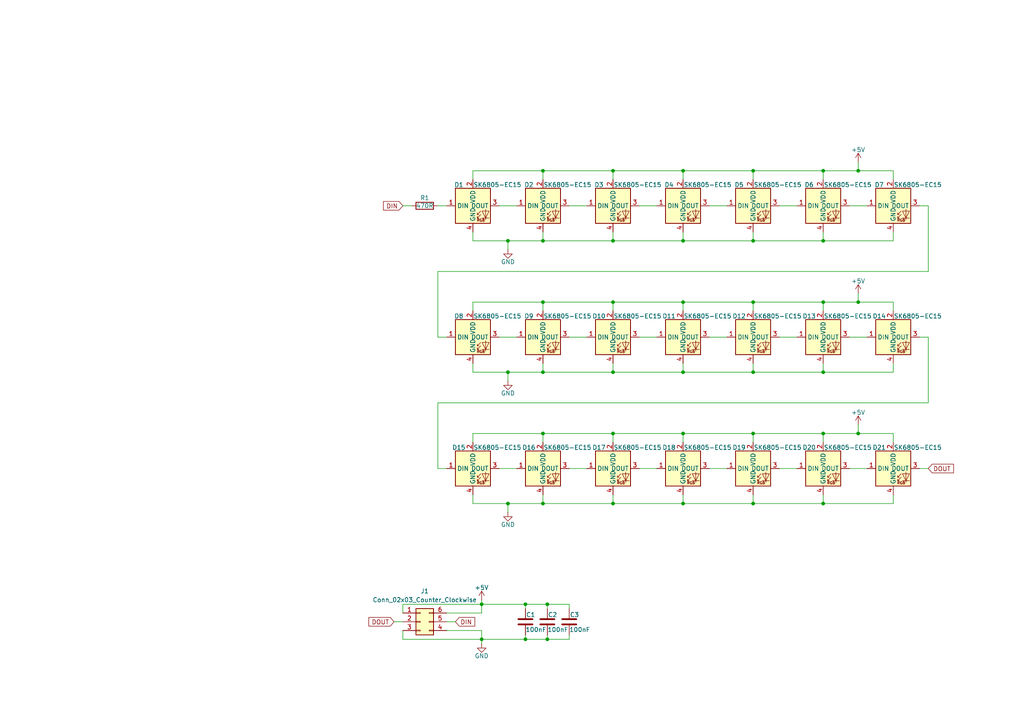
<source format=kicad_sch>
(kicad_sch (version 20231120) (generator "eeschema") (generator_version "8.0")
  (paper "A4")
  (lib_symbols
    (symbol "Connector_Generic:Conn_02x03_Counter_Clockwise" (pin_names (offset 1.016) hide)
      (property "Reference" "J" (at 1.27 5.08 0))
      (property "Value" "Conn_02x03_Counter_Clockwise" (at 1.27 -5.08 0))
      (symbol "Conn_02x03_Counter_Clockwise_1_1"
        (rectangle (start -1.27 -2.413) (end 0 -2.667) (stroke (width 0.1524)))
        (rectangle (start -1.27 0.127) (end 0 -0.127) (stroke (width 0.1524)))
        (rectangle (start -1.27 2.667) (end 0 2.413) (stroke (width 0.1524)))
        (rectangle (start -1.27 3.81) (end 3.81 -3.81) (stroke (width 0.254)) (fill (type background)))
        (rectangle (start 3.81 -2.413) (end 2.54 -2.667) (stroke (width 0.1524)))
        (rectangle (start 3.81 0.127) (end 2.54 -0.127) (stroke (width 0.1524)))
        (rectangle (start 3.81 2.667) (end 2.54 2.413) (stroke (width 0.1524)))
        (pin passive line (at -5.08 2.54 0) (length 3.81) (name "Pin_1") (number "1"))
        (pin passive line (at -5.08 0 0) (length 3.81) (name "Pin_2") (number "2"))
        (pin passive line (at -5.08 -2.54 0) (length 3.81) (name "Pin_3") (number "3"))
        (pin passive line (at 7.62 -2.54 180) (length 3.81) (name "Pin_4") (number "4"))
        (pin passive line (at 7.62 0 180) (length 3.81) (name "Pin_5") (number "5"))
        (pin passive line (at 7.62 2.54 180) (length 3.81) (name "Pin_6") (number "6"))
      )
    )
    (symbol "Device:C" (pin_numbers hide) (pin_names (offset 0.254))
      (property "Reference" "C" (at 0.635 2.54 0))
      (property "Value" "C" (at 0.635 -2.54 0))
      (symbol "C_0_1"
        (polyline (pts (xy -2.032 -0.762) (xy 2.032 -0.762)) (stroke (width 0.508)))
        (polyline (pts (xy -2.032 0.762) (xy 2.032 0.762)) (stroke (width 0.508)))
      )
      (symbol "C_1_1"
        (pin passive line (at 0 3.81 270) (length 2.794) (name "~") (number "1"))
        (pin passive line (at 0 -3.81 90) (length 2.794) (name "~") (number "2"))
      )
    )
    (symbol "Device:R" (pin_numbers hide) (pin_names (offset 0))
      (property "Reference" "R" (at 2.032 0 90))
      (property "Value" "R" (at 0 0 90))
      (symbol "R_0_1"
        (rectangle (start -1.016 -2.54) (end 1.016 2.54) (stroke (width 0.254)))
      )
      (symbol "R_1_1"
        (pin passive line (at 0 3.81 270) (length 1.27) (name "~") (number "1"))
        (pin passive line (at 0 -3.81 90) (length 1.27) (name "~") (number "2"))
      )
    )
    (symbol "SK6805-EC15:SK6805-EC15"
      (property "Reference" "D" (at 4.445 6.35 0))
      (property "Value" "SK6805-EC15" (at 3.175 -6.985 0))
      (symbol "SK6805-EC15_0_0"
        (text "RGB" (at 2.286 -4.191 0) (effects (font (size 0.762 0.762))))
      )
      (symbol "SK6805-EC15_0_1"
        (polyline (pts (xy 1.27 -3.556) (xy 1.778 -3.556)))
        (polyline (pts (xy 1.27 -2.54) (xy 1.778 -2.54)))
        (polyline (pts (xy 4.699 -3.556) (xy 2.667 -3.556)))
        (polyline (pts (xy 2.286 -2.54) (xy 1.27 -3.556) (xy 1.27 -3.048)))
        (polyline (pts (xy 2.286 -1.524) (xy 1.27 -2.54) (xy 1.27 -2.032)))
        (polyline (pts (xy 3.683 -1.016) (xy 3.683 -3.556) (xy 3.683 -4.064)))
        (polyline (pts (xy 4.699 -1.524) (xy 2.667 -1.524) (xy 3.683 -3.556) (xy 4.699 -1.524)))
        (rectangle (start 5.08 5.08) (end -5.08 -5.08) (stroke (width 0.254)) (fill (type background)))
      )
      (symbol "SK6805-EC15_1_1"
        (pin input line (at -7.62 0 0) (length 2.54) (name "DIN") (number "1"))
        (pin power_in line (at 0 7.62 270) (length 2.54) (name "VDD") (number "2"))
        (pin output line (at 7.62 0 180) (length 2.54) (name "DOUT") (number "3"))
        (pin power_in line (at 0 -7.62 90) (length 2.54) (name "GND") (number "4"))
      )
    )
    (symbol "power:+5V" (power) (pin_numbers hide) (pin_names (offset 0) hide)
      (property "Value" "+5V" (at 0 3.556 0))
      (symbol "+5V_0_1"
        (polyline (pts (xy -0.762 1.27) (xy 0 2.54)))
        (polyline (pts (xy 0 0) (xy 0 2.54)))
        (polyline (pts (xy 0 2.54) (xy 0.762 1.27)))
      )
      (symbol "+5V_1_1"
        (pin power_in line (at 0 0 90) (length 0) (name "~") (number "1"))
      )
    )
    (symbol "power:GND" (power) (pin_numbers hide) (pin_names (offset 0) hide)
      (property "Value" "GND" (at 0 -3.81 0))
      (symbol "GND_0_1"
        (polyline (pts (xy 0 0) (xy 0 -1.27) (xy 1.27 -1.27) (xy 0 -2.54) (xy -1.27 -1.27) (xy 0 -1.27)))
      )
      (symbol "GND_1_1"
        (pin power_in line (at 0 0 270) (length 0) (name "~") (number "1"))
      )
    )
  )
  (junction (at 152.4 175.26))
  (junction (at 147.32 69.85))
  (junction (at 218.44 87.63))
  (junction (at 248.92 49.53))
  (junction (at 218.44 125.73))
  (junction (at 198.12 146.05))
  (junction (at 238.76 146.05))
  (junction (at 139.7 175.26))
  (junction (at 139.7 185.42))
  (junction (at 218.44 107.95))
  (junction (at 177.8 49.53))
  (junction (at 158.75 175.26))
  (junction (at 198.12 107.95))
  (junction (at 238.76 125.73))
  (junction (at 157.48 87.63))
  (junction (at 218.44 69.85))
  (junction (at 157.48 49.53))
  (junction (at 147.32 146.05))
  (junction (at 157.48 107.95))
  (junction (at 198.12 87.63))
  (junction (at 218.44 49.53))
  (junction (at 177.8 87.63))
  (junction (at 157.48 146.05))
  (junction (at 177.8 146.05))
  (junction (at 177.8 107.95))
  (junction (at 198.12 125.73))
  (junction (at 152.4 185.42))
  (junction (at 198.12 49.53))
  (junction (at 177.8 125.73))
  (junction (at 177.8 69.85))
  (junction (at 248.92 125.73))
  (junction (at 238.76 69.85))
  (junction (at 157.48 125.73))
  (junction (at 218.44 146.05))
  (junction (at 238.76 107.95))
  (junction (at 248.92 87.63))
  (junction (at 157.48 69.85))
  (junction (at 147.32 107.95))
  (junction (at 238.76 49.53))
  (junction (at 238.76 87.63))
  (junction (at 198.12 69.85))
  (junction (at 158.75 185.42))
  (wire (pts (xy 137.16 69.85) (xy 147.32 69.85)))
  (wire (pts (xy 157.48 143.51) (xy 157.48 146.05)))
  (wire (pts (xy 177.8 67.31) (xy 177.8 69.85)))
  (wire (pts (xy 238.76 107.95) (xy 259.08 107.95)))
  (wire (pts (xy 198.12 69.85) (xy 218.44 69.85)))
  (wire (pts (xy 177.8 90.17) (xy 177.8 87.63)))
  (wire (pts (xy 165.1 175.26) (xy 165.1 176.53)))
  (wire (pts (xy 218.44 52.07) (xy 218.44 49.53)))
  (wire (pts (xy 246.38 59.69) (xy 251.46 59.69)))
  (wire (pts (xy 269.24 116.84) (xy 127 116.84)))
  (wire (pts (xy 238.76 105.41) (xy 238.76 107.95)))
  (wire (pts (xy 152.4 176.53) (xy 152.4 175.26)))
  (wire (pts (xy 198.12 107.95) (xy 218.44 107.95)))
  (wire (pts (xy 269.24 97.79) (xy 266.7 97.79)))
  (wire (pts (xy 238.76 67.31) (xy 238.76 69.85)))
  (wire (pts (xy 205.74 97.79) (xy 210.82 97.79)))
  (wire (pts (xy 177.8 125.73) (xy 157.48 125.73)))
  (wire (pts (xy 238.76 128.27) (xy 238.76 125.73)))
  (wire (pts (xy 157.48 87.63) (xy 137.16 87.63)))
  (wire (pts (xy 177.8 105.41) (xy 177.8 107.95)))
  (wire (pts (xy 266.7 135.89) (xy 269.24 135.89)))
  (wire (pts (xy 127 59.69) (xy 129.54 59.69)))
  (wire (pts (xy 226.06 135.89) (xy 231.14 135.89)))
  (wire (pts (xy 157.48 69.85) (xy 177.8 69.85)))
  (wire (pts (xy 246.38 135.89) (xy 251.46 135.89)))
  (wire (pts (xy 144.78 135.89) (xy 149.86 135.89)))
  (wire (pts (xy 269.24 59.69) (xy 266.7 59.69)))
  (wire (pts (xy 218.44 143.51) (xy 218.44 146.05)))
  (wire (pts (xy 198.12 67.31) (xy 198.12 69.85)))
  (wire (pts (xy 165.1 97.79) (xy 170.18 97.79)))
  (wire (pts (xy 165.1 185.42) (xy 165.1 184.15)))
  (wire (pts (xy 177.8 146.05) (xy 198.12 146.05)))
  (wire (pts (xy 129.54 182.88) (xy 139.7 182.88)))
  (wire (pts (xy 144.78 97.79) (xy 149.86 97.79)))
  (wire (pts (xy 218.44 69.85) (xy 238.76 69.85)))
  (wire (pts (xy 158.75 175.26) (xy 165.1 175.26)))
  (wire (pts (xy 147.32 148.59) (xy 147.32 146.05)))
  (wire (pts (xy 147.32 146.05) (xy 157.48 146.05)))
  (wire (pts (xy 238.76 90.17) (xy 238.76 87.63)))
  (wire (pts (xy 238.76 52.07) (xy 238.76 49.53)))
  (wire (pts (xy 248.92 49.53) (xy 259.08 49.53)))
  (wire (pts (xy 116.84 185.42) (xy 116.84 182.88)))
  (wire (pts (xy 205.74 59.69) (xy 210.82 59.69)))
  (wire (pts (xy 177.8 107.95) (xy 198.12 107.95)))
  (wire (pts (xy 157.48 107.95) (xy 177.8 107.95)))
  (wire (pts (xy 238.76 69.85) (xy 259.08 69.85)))
  (wire (pts (xy 248.92 85.09) (xy 248.92 87.63)))
  (wire (pts (xy 147.32 72.39) (xy 147.32 69.85)))
  (wire (pts (xy 152.4 175.26) (xy 158.75 175.26)))
  (wire (pts (xy 248.92 123.19) (xy 248.92 125.73)))
  (wire (pts (xy 139.7 185.42) (xy 116.84 185.42)))
  (wire (pts (xy 152.4 185.42) (xy 158.75 185.42)))
  (wire (pts (xy 177.8 128.27) (xy 177.8 125.73)))
  (wire (pts (xy 137.16 107.95) (xy 147.32 107.95)))
  (wire (pts (xy 248.92 87.63) (xy 259.08 87.63)))
  (wire (pts (xy 158.75 175.26) (xy 158.75 176.53)))
  (wire (pts (xy 259.08 90.17) (xy 259.08 87.63)))
  (wire (pts (xy 139.7 175.26) (xy 139.7 177.8)))
  (wire (pts (xy 137.16 143.51) (xy 137.16 146.05)))
  (wire (pts (xy 218.44 146.05) (xy 238.76 146.05)))
  (wire (pts (xy 218.44 49.53) (xy 198.12 49.53)))
  (wire (pts (xy 116.84 175.26) (xy 139.7 175.26)))
  (wire (pts (xy 185.42 97.79) (xy 190.5 97.79)))
  (wire (pts (xy 238.76 125.73) (xy 248.92 125.73)))
  (wire (pts (xy 137.16 105.41) (xy 137.16 107.95)))
  (wire (pts (xy 198.12 52.07) (xy 198.12 49.53)))
  (wire (pts (xy 137.16 52.07) (xy 137.16 49.53)))
  (wire (pts (xy 218.44 128.27) (xy 218.44 125.73)))
  (wire (pts (xy 116.84 177.8) (xy 116.84 175.26)))
  (wire (pts (xy 139.7 185.42) (xy 152.4 185.42)))
  (wire (pts (xy 157.48 128.27) (xy 157.48 125.73)))
  (wire (pts (xy 226.06 59.69) (xy 231.14 59.69)))
  (wire (pts (xy 259.08 52.07) (xy 259.08 49.53)))
  (wire (pts (xy 246.38 97.79) (xy 251.46 97.79)))
  (wire (pts (xy 129.54 180.34) (xy 132.08 180.34)))
  (wire (pts (xy 238.76 49.53) (xy 248.92 49.53)))
  (wire (pts (xy 137.16 67.31) (xy 137.16 69.85)))
  (wire (pts (xy 218.44 107.95) (xy 238.76 107.95)))
  (wire (pts (xy 157.48 146.05) (xy 177.8 146.05)))
  (wire (pts (xy 157.48 52.07) (xy 157.48 49.53)))
  (wire (pts (xy 139.7 182.88) (xy 139.7 185.42)))
  (wire (pts (xy 139.7 185.42) (xy 139.7 186.69)))
  (wire (pts (xy 218.44 90.17) (xy 218.44 87.63)))
  (wire (pts (xy 116.84 59.69) (xy 119.38 59.69)))
  (wire (pts (xy 269.24 97.79) (xy 269.24 116.84)))
  (wire (pts (xy 165.1 59.69) (xy 170.18 59.69)))
  (wire (pts (xy 158.75 185.42) (xy 165.1 185.42)))
  (wire (pts (xy 158.75 185.42) (xy 158.75 184.15)))
  (wire (pts (xy 137.16 90.17) (xy 137.16 87.63)))
  (wire (pts (xy 185.42 59.69) (xy 190.5 59.69)))
  (wire (pts (xy 165.1 135.89) (xy 170.18 135.89)))
  (wire (pts (xy 259.08 143.51) (xy 259.08 146.05)))
  (wire (pts (xy 205.74 135.89) (xy 210.82 135.89)))
  (wire (pts (xy 238.76 143.51) (xy 238.76 146.05)))
  (wire (pts (xy 157.48 90.17) (xy 157.48 87.63)))
  (wire (pts (xy 157.48 67.31) (xy 157.48 69.85)))
  (wire (pts (xy 218.44 105.41) (xy 218.44 107.95)))
  (wire (pts (xy 238.76 87.63) (xy 248.92 87.63)))
  (wire (pts (xy 157.48 105.41) (xy 157.48 107.95)))
  (wire (pts (xy 218.44 125.73) (xy 198.12 125.73)))
  (wire (pts (xy 127 78.74) (xy 127 97.79)))
  (wire (pts (xy 137.16 128.27) (xy 137.16 125.73)))
  (wire (pts (xy 114.3 180.34) (xy 116.84 180.34)))
  (wire (pts (xy 137.16 146.05) (xy 147.32 146.05)))
  (wire (pts (xy 259.08 128.27) (xy 259.08 125.73)))
  (wire (pts (xy 238.76 87.63) (xy 218.44 87.63)))
  (wire (pts (xy 152.4 184.15) (xy 152.4 185.42)))
  (wire (pts (xy 198.12 105.41) (xy 198.12 107.95)))
  (wire (pts (xy 269.24 59.69) (xy 269.24 78.74)))
  (wire (pts (xy 259.08 67.31) (xy 259.08 69.85)))
  (wire (pts (xy 127 135.89) (xy 129.54 135.89)))
  (wire (pts (xy 218.44 67.31) (xy 218.44 69.85)))
  (wire (pts (xy 198.12 125.73) (xy 177.8 125.73)))
  (wire (pts (xy 127 97.79) (xy 129.54 97.79)))
  (wire (pts (xy 248.92 46.99) (xy 248.92 49.53)))
  (wire (pts (xy 238.76 49.53) (xy 218.44 49.53)))
  (wire (pts (xy 259.08 105.41) (xy 259.08 107.95)))
  (wire (pts (xy 139.7 175.26) (xy 152.4 175.26)))
  (wire (pts (xy 177.8 52.07) (xy 177.8 49.53)))
  (wire (pts (xy 177.8 69.85) (xy 198.12 69.85)))
  (wire (pts (xy 198.12 146.05) (xy 218.44 146.05)))
  (wire (pts (xy 177.8 49.53) (xy 157.48 49.53)))
  (wire (pts (xy 198.12 90.17) (xy 198.12 87.63)))
  (wire (pts (xy 238.76 146.05) (xy 259.08 146.05)))
  (wire (pts (xy 248.92 125.73) (xy 259.08 125.73)))
  (wire (pts (xy 177.8 143.51) (xy 177.8 146.05)))
  (wire (pts (xy 185.42 135.89) (xy 190.5 135.89)))
  (wire (pts (xy 218.44 87.63) (xy 198.12 87.63)))
  (wire (pts (xy 238.76 125.73) (xy 218.44 125.73)))
  (wire (pts (xy 157.48 125.73) (xy 137.16 125.73)))
  (wire (pts (xy 139.7 173.99) (xy 139.7 175.26)))
  (wire (pts (xy 147.32 69.85) (xy 157.48 69.85)))
  (wire (pts (xy 198.12 87.63) (xy 177.8 87.63)))
  (wire (pts (xy 177.8 87.63) (xy 157.48 87.63)))
  (wire (pts (xy 147.32 110.49) (xy 147.32 107.95)))
  (wire (pts (xy 226.06 97.79) (xy 231.14 97.79)))
  (wire (pts (xy 157.48 49.53) (xy 137.16 49.53)))
  (wire (pts (xy 269.24 78.74) (xy 127 78.74)))
  (wire (pts (xy 127 116.84) (xy 127 135.89)))
  (wire (pts (xy 147.32 107.95) (xy 157.48 107.95)))
  (wire (pts (xy 198.12 49.53) (xy 177.8 49.53)))
  (wire (pts (xy 129.54 177.8) (xy 139.7 177.8)))
  (wire (pts (xy 198.12 143.51) (xy 198.12 146.05)))
  (wire (pts (xy 144.78 59.69) (xy 149.86 59.69)))
  (wire (pts (xy 198.12 128.27) (xy 198.12 125.73)))
  (global_label "DIN" (shape input) (at 116.84 59.69 180) (property "Intersheetrefs" "${INTERSHEET_REFS}" (effects (hide yes))))
  (global_label "DIN" (shape input) (at 132.08 180.34 0) (property "Intersheetrefs" "${INTERSHEET_REFS}" (effects (hide yes))))
  (global_label "DOUT" (shape input) (at 269.24 135.89 0) (property "Intersheetrefs" "${INTERSHEET_REFS}" (effects (hide yes))))
  (global_label "DOUT" (shape input) (at 114.3 180.34 180) (property "Intersheetrefs" "${INTERSHEET_REFS}" (effects (hide yes))))
  (symbol (lib_id "power:GND") (at 147.32 110.49 0) (unit 1)
    (property "Reference" "#PWR03" (effects (hide yes)))
    (property "Value" "GND" (at 147.32 114.046 0))
    (property "Description" "Power symbol creates a global label with name \"GND\" , ground" (effects (hide yes)))
  )
  (symbol (lib_id "SK6805-EC15:SK6805-EC15") (at 238.76 97.79 0) (unit 1)
    (property "Reference" "D13" (at 234.696 91.694 0))
    (property "Value" "SK6805-EC15" (at 245.872 91.694 0))
    (property "Footprint" "SK6805-EC15:SK6805-EC15" (effects (hide yes)))
    (property "Datasheet" "https://datasheet.lcsc.com/lcsc/2108251530_OPSCO-Optoelectronics-SK6805-EC15_C2890035.pdf" (effects (hide yes)))
    (property "LCSC" "C2890035" (effects (hide yes)))
  )
  (symbol (lib_id "power:+5V") (at 248.92 123.19 0) (unit 1)
    (property "Reference" "#PWR05" (effects (hide yes)))
    (property "Value" "+5V" (at 248.92 119.634 0))
    (property "Description" "Power symbol creates a global label with name \"+5V\"" (effects (hide yes)))
  )
  (symbol (lib_id "SK6805-EC15:SK6805-EC15") (at 198.12 59.69 0) (unit 1)
    (property "Reference" "D4" (at 194.056 53.594 0))
    (property "Value" "SK6805-EC15" (at 205.232 53.594 0))
    (property "Footprint" "SK6805-EC15:SK6805-EC15" (effects (hide yes)))
    (property "Datasheet" "https://datasheet.lcsc.com/lcsc/2108251530_OPSCO-Optoelectronics-SK6805-EC15_C2890035.pdf" (effects (hide yes)))
    (property "LCSC" "C2890035" (effects (hide yes)))
  )
  (symbol (lib_id "SK6805-EC15:SK6805-EC15") (at 238.76 59.69 0) (unit 1)
    (property "Reference" "D6" (at 234.696 53.594 0))
    (property "Value" "SK6805-EC15" (at 245.872 53.594 0))
    (property "Footprint" "SK6805-EC15:SK6805-EC15" (effects (hide yes)))
    (property "Datasheet" "https://datasheet.lcsc.com/lcsc/2108251530_OPSCO-Optoelectronics-SK6805-EC15_C2890035.pdf" (effects (hide yes)))
    (property "LCSC" "C2890035" (effects (hide yes)))
  )
  (symbol (lib_id "SK6805-EC15:SK6805-EC15") (at 259.08 59.69 0) (unit 1)
    (property "Reference" "D7" (at 255.016 53.594 0))
    (property "Value" "SK6805-EC15" (at 266.192 53.594 0))
    (property "Footprint" "SK6805-EC15:SK6805-EC15" (effects (hide yes)))
    (property "Datasheet" "https://datasheet.lcsc.com/lcsc/2108251530_OPSCO-Optoelectronics-SK6805-EC15_C2890035.pdf" (effects (hide yes)))
    (property "LCSC" "C2890035" (effects (hide yes)))
  )
  (symbol (lib_id "power:GND") (at 139.7 186.69 0) (unit 1)
    (property "Reference" "#PWR04" (effects (hide yes)))
    (property "Value" "GND" (at 139.7 190.246 0))
    (property "Description" "Power symbol creates a global label with name \"GND\" , ground" (effects (hide yes)))
  )
  (symbol (lib_id "power:+5V") (at 248.92 85.09 0) (unit 1)
    (property "Reference" "#PWR07" (effects (hide yes)))
    (property "Value" "+5V" (at 248.92 81.534 0))
    (property "Description" "Power symbol creates a global label with name \"+5V\"" (effects (hide yes)))
  )
  (symbol (lib_id "power:GND") (at 147.32 148.59 0) (unit 1)
    (property "Reference" "#PWR08" (effects (hide yes)))
    (property "Value" "GND" (at 147.32 152.146 0))
    (property "Description" "Power symbol creates a global label with name \"GND\" , ground" (effects (hide yes)))
  )
  (symbol (lib_id "SK6805-EC15:SK6805-EC15") (at 137.16 59.69 0) (unit 1)
    (property "Reference" "D1" (at 133.096 53.594 0))
    (property "Value" "SK6805-EC15" (at 144.272 53.594 0))
    (property "Footprint" "SK6805-EC15:SK6805-EC15" (effects (hide yes)))
    (property "Datasheet" "https://datasheet.lcsc.com/lcsc/2108251530_OPSCO-Optoelectronics-SK6805-EC15_C2890035.pdf" (effects (hide yes)))
    (property "LCSC" "C2890035" (effects (hide yes)))
  )
  (symbol (lib_id "SK6805-EC15:SK6805-EC15") (at 238.76 135.89 0) (unit 1)
    (property "Reference" "D20" (at 234.696 129.794 0))
    (property "Value" "SK6805-EC15" (at 245.872 129.794 0))
    (property "Footprint" "SK6805-EC15:SK6805-EC15" (effects (hide yes)))
    (property "Datasheet" "https://datasheet.lcsc.com/lcsc/2108251530_OPSCO-Optoelectronics-SK6805-EC15_C2890035.pdf" (effects (hide yes)))
    (property "LCSC" "C2890035" (effects (hide yes)))
  )
  (symbol (lib_id "SK6805-EC15:SK6805-EC15") (at 177.8 97.79 0) (unit 1)
    (property "Reference" "D10" (at 173.736 91.694 0))
    (property "Value" "SK6805-EC15" (at 184.912 91.694 0))
    (property "Footprint" "SK6805-EC15:SK6805-EC15" (effects (hide yes)))
    (property "Datasheet" "https://datasheet.lcsc.com/lcsc/2108251530_OPSCO-Optoelectronics-SK6805-EC15_C2890035.pdf" (effects (hide yes)))
    (property "LCSC" "C2890035" (effects (hide yes)))
  )
  (symbol (lib_id "SK6805-EC15:SK6805-EC15") (at 198.12 97.79 0) (unit 1)
    (property "Reference" "D11" (at 194.056 91.694 0))
    (property "Value" "SK6805-EC15" (at 205.232 91.694 0))
    (property "Footprint" "SK6805-EC15:SK6805-EC15" (effects (hide yes)))
    (property "Datasheet" "https://datasheet.lcsc.com/lcsc/2108251530_OPSCO-Optoelectronics-SK6805-EC15_C2890035.pdf" (effects (hide yes)))
    (property "LCSC" "C2890035" (effects (hide yes)))
  )
  (symbol (lib_id "power:+5V") (at 139.7 173.99 0) (unit 1)
    (property "Reference" "#PWR01" (effects (hide yes)))
    (property "Value" "+5V" (at 139.7 170.434 0))
    (property "Description" "Power symbol creates a global label with name \"+5V\"" (effects (hide yes)))
  )
  (symbol (lib_id "Device:C") (at 152.4 180.34 180) (unit 1)
    (property "Reference" "C1" (at 153.924 178.308 0))
    (property "Value" "100nF" (at 155.448 182.626 0))
    (property "Footprint" "Capacitor_SMD:C_0402_1005Metric" (effects (hide yes)))
    (property "Description" "Unpolarized capacitor" (effects (hide yes)))
    (property "LCSC" "C14445" (effects (hide yes)))
  )
  (symbol (lib_id "SK6805-EC15:SK6805-EC15") (at 137.16 135.89 0) (unit 1)
    (property "Reference" "D15" (at 133.096 129.794 0))
    (property "Value" "SK6805-EC15" (at 144.272 129.794 0))
    (property "Footprint" "SK6805-EC15:SK6805-EC15" (effects (hide yes)))
    (property "Datasheet" "https://datasheet.lcsc.com/lcsc/2108251530_OPSCO-Optoelectronics-SK6805-EC15_C2890035.pdf" (effects (hide yes)))
    (property "LCSC" "C2890035" (effects (hide yes)))
  )
  (symbol (lib_id "SK6805-EC15:SK6805-EC15") (at 198.12 135.89 0) (unit 1)
    (property "Reference" "D18" (at 194.056 129.794 0))
    (property "Value" "SK6805-EC15" (at 205.232 129.794 0))
    (property "Footprint" "SK6805-EC15:SK6805-EC15" (effects (hide yes)))
    (property "Datasheet" "https://datasheet.lcsc.com/lcsc/2108251530_OPSCO-Optoelectronics-SK6805-EC15_C2890035.pdf" (effects (hide yes)))
    (property "LCSC" "C2890035" (effects (hide yes)))
  )
  (symbol (lib_id "power:+5V") (at 248.92 46.99 0) (unit 1)
    (property "Reference" "#PWR06" (effects (hide yes)))
    (property "Value" "+5V" (at 248.92 43.434 0))
    (property "Description" "Power symbol creates a global label with name \"+5V\"" (effects (hide yes)))
  )
  (symbol (lib_id "Device:C") (at 158.75 180.34 180) (unit 1)
    (property "Reference" "C2" (at 160.274 178.308 0))
    (property "Value" "100nF" (at 161.798 182.626 0))
    (property "Footprint" "Capacitor_SMD:C_0402_1005Metric" (effects (hide yes)))
    (property "Description" "Unpolarized capacitor" (effects (hide yes)))
    (property "LCSC" "C14445" (effects (hide yes)))
  )
  (symbol (lib_id "SK6805-EC15:SK6805-EC15") (at 157.48 97.79 0) (unit 1)
    (property "Reference" "D9" (at 153.416 91.694 0))
    (property "Value" "SK6805-EC15" (at 164.592 91.694 0))
    (property "Footprint" "SK6805-EC15:SK6805-EC15" (effects (hide yes)))
    (property "Datasheet" "https://datasheet.lcsc.com/lcsc/2108251530_OPSCO-Optoelectronics-SK6805-EC15_C2890035.pdf" (effects (hide yes)))
    (property "LCSC" "C2890035" (effects (hide yes)))
  )
  (symbol (lib_id "Device:R") (at 123.19 59.69 90) (unit 1)
    (property "Reference" "R1" (at 123.19 57.404 90))
    (property "Value" "470R" (at 123.19 59.69 90))
    (property "Footprint" "Resistor_SMD:R_0402_1005Metric" (effects (hide yes)))
    (property "Description" "Resistor" (effects (hide yes)))
    (property "LCSC" "C25117" (effects (hide yes)))
  )
  (symbol (lib_id "SK6805-EC15:SK6805-EC15") (at 157.48 59.69 0) (unit 1)
    (property "Reference" "D2" (at 153.416 53.594 0))
    (property "Value" "SK6805-EC15" (at 164.592 53.594 0))
    (property "Footprint" "SK6805-EC15:SK6805-EC15" (effects (hide yes)))
    (property "Datasheet" "https://datasheet.lcsc.com/lcsc/2108251530_OPSCO-Optoelectronics-SK6805-EC15_C2890035.pdf" (effects (hide yes)))
    (property "LCSC" "C2890035" (effects (hide yes)))
  )
  (symbol (lib_id "SK6805-EC15:SK6805-EC15") (at 259.08 135.89 0) (unit 1)
    (property "Reference" "D21" (at 255.016 129.794 0))
    (property "Value" "SK6805-EC15" (at 266.192 129.794 0))
    (property "Footprint" "SK6805-EC15:SK6805-EC15" (effects (hide yes)))
    (property "Datasheet" "https://datasheet.lcsc.com/lcsc/2108251530_OPSCO-Optoelectronics-SK6805-EC15_C2890035.pdf" (effects (hide yes)))
    (property "LCSC" "C2890035" (effects (hide yes)))
  )
  (symbol (lib_id "SK6805-EC15:SK6805-EC15") (at 137.16 97.79 0) (unit 1)
    (property "Reference" "D8" (at 133.096 91.694 0))
    (property "Value" "SK6805-EC15" (at 144.272 91.694 0))
    (property "Footprint" "SK6805-EC15:SK6805-EC15" (effects (hide yes)))
    (property "Datasheet" "https://datasheet.lcsc.com/lcsc/2108251530_OPSCO-Optoelectronics-SK6805-EC15_C2890035.pdf" (effects (hide yes)))
    (property "LCSC" "C2890035" (effects (hide yes)))
  )
  (symbol (lib_id "SK6805-EC15:SK6805-EC15") (at 218.44 97.79 0) (unit 1)
    (property "Reference" "D12" (at 214.376 91.694 0))
    (property "Value" "SK6805-EC15" (at 225.552 91.694 0))
    (property "Footprint" "SK6805-EC15:SK6805-EC15" (effects (hide yes)))
    (property "Datasheet" "https://datasheet.lcsc.com/lcsc/2108251530_OPSCO-Optoelectronics-SK6805-EC15_C2890035.pdf" (effects (hide yes)))
    (property "LCSC" "C2890035" (effects (hide yes)))
  )
  (symbol (lib_id "SK6805-EC15:SK6805-EC15") (at 157.48 135.89 0) (unit 1)
    (property "Reference" "D16" (at 153.416 129.794 0))
    (property "Value" "SK6805-EC15" (at 164.592 129.794 0))
    (property "Footprint" "SK6805-EC15:SK6805-EC15" (effects (hide yes)))
    (property "Datasheet" "https://datasheet.lcsc.com/lcsc/2108251530_OPSCO-Optoelectronics-SK6805-EC15_C2890035.pdf" (effects (hide yes)))
    (property "LCSC" "C2890035" (effects (hide yes)))
  )
  (symbol (lib_id "SK6805-EC15:SK6805-EC15") (at 218.44 135.89 0) (unit 1)
    (property "Reference" "D19" (at 214.376 129.794 0))
    (property "Value" "SK6805-EC15" (at 225.552 129.794 0))
    (property "Footprint" "SK6805-EC15:SK6805-EC15" (effects (hide yes)))
    (property "Datasheet" "https://datasheet.lcsc.com/lcsc/2108251530_OPSCO-Optoelectronics-SK6805-EC15_C2890035.pdf" (effects (hide yes)))
    (property "LCSC" "C2890035" (effects (hide yes)))
  )
  (symbol (lib_id "SK6805-EC15:SK6805-EC15") (at 218.44 59.69 0) (unit 1)
    (property "Reference" "D5" (at 214.376 53.594 0))
    (property "Value" "SK6805-EC15" (at 225.552 53.594 0))
    (property "Footprint" "SK6805-EC15:SK6805-EC15" (effects (hide yes)))
    (property "Datasheet" "https://datasheet.lcsc.com/lcsc/2108251530_OPSCO-Optoelectronics-SK6805-EC15_C2890035.pdf" (effects (hide yes)))
    (property "LCSC" "C2890035" (effects (hide yes)))
  )
  (symbol (lib_id "Device:C") (at 165.1 180.34 180) (unit 1)
    (property "Reference" "C3" (at 166.624 178.308 0))
    (property "Value" "100nF" (at 168.148 182.626 0))
    (property "Footprint" "Capacitor_SMD:C_0402_1005Metric" (effects (hide yes)))
    (property "Description" "Unpolarized capacitor" (effects (hide yes)))
    (property "LCSC" "C14445" (effects (hide yes)))
  )
  (symbol (lib_id "Connector_Generic:Conn_02x03_Counter_Clockwise") (at 121.92 180.34 0) (unit 1)
    (property "Reference" "J1" (at 123.19 171.45 0))
    (property "Value" "Conn_02x03_Counter_Clockwise" (at 123.19 173.99 0))
    (property "Footprint" "Connector_PinHeader_2.54mm:PinHeader_2x03_P2.54mm_Vertical_SMD" (effects (hide yes)))
    (property "Description" "Generic connector, double row, 02x03, counter clockwise pin numbering scheme (similar to DIP package numbering), script generated (kicad-library-utils/schlib/autogen/connector/)" (effects (hide yes)))
  )
  (symbol (lib_id "power:GND") (at 147.32 72.39 0) (unit 1)
    (property "Reference" "#PWR02" (effects (hide yes)))
    (property "Value" "GND" (at 147.32 75.946 0))
    (property "Description" "Power symbol creates a global label with name \"GND\" , ground" (effects (hide yes)))
  )
  (symbol (lib_id "SK6805-EC15:SK6805-EC15") (at 259.08 97.79 0) (unit 1)
    (property "Reference" "D14" (at 255.016 91.694 0))
    (property "Value" "SK6805-EC15" (at 266.192 91.694 0))
    (property "Footprint" "SK6805-EC15:SK6805-EC15" (effects (hide yes)))
    (property "Datasheet" "https://datasheet.lcsc.com/lcsc/2108251530_OPSCO-Optoelectronics-SK6805-EC15_C2890035.pdf" (effects (hide yes)))
    (property "LCSC" "C2890035" (effects (hide yes)))
  )
  (symbol (lib_id "SK6805-EC15:SK6805-EC15") (at 177.8 59.69 0) (unit 1)
    (property "Reference" "D3" (at 173.736 53.594 0))
    (property "Value" "SK6805-EC15" (at 184.912 53.594 0))
    (property "Footprint" "SK6805-EC15:SK6805-EC15" (effects (hide yes)))
    (property "Datasheet" "https://datasheet.lcsc.com/lcsc/2108251530_OPSCO-Optoelectronics-SK6805-EC15_C2890035.pdf" (effects (hide yes)))
    (property "LCSC" "C2890035" (effects (hide yes)))
  )
  (symbol (lib_id "SK6805-EC15:SK6805-EC15") (at 177.8 135.89 0) (unit 1)
    (property "Reference" "D17" (at 173.736 129.794 0))
    (property "Value" "SK6805-EC15" (at 184.912 129.794 0))
    (property "Footprint" "SK6805-EC15:SK6805-EC15" (effects (hide yes)))
    (property "Datasheet" "https://datasheet.lcsc.com/lcsc/2108251530_OPSCO-Optoelectronics-SK6805-EC15_C2890035.pdf" (effects (hide yes)))
    (property "LCSC" "C2890035" (effects (hide yes)))
  )
)
</source>
